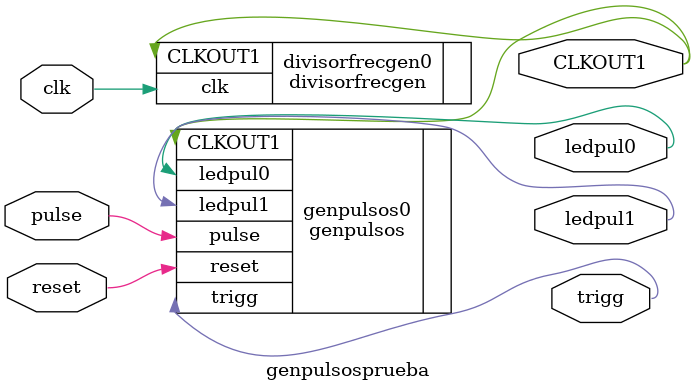
<source format=v>
module	genpulsosprueba	(
				input		pulse,
				input		clk,
				input		reset,
				output		trigg,
				output		CLKOUT1,
				output		ledpul0,
				output		ledpul1
			);
	genpulsos	genpulsos0		(
							.pulse		(	pulse	),
							.CLKOUT1	(	CLKOUT1	),
							.reset		(	reset	),
							.trigg		(	trigg	),
							.ledpul0	(	ledpul0	),
							.ledpul1	(	ledpul1	)
						);

	divisorfrecgen	divisorfrecgen0		(
							.clk			(	clk	),
							.CLKOUT1		(	CLKOUT1	)
						);
endmodule

</source>
